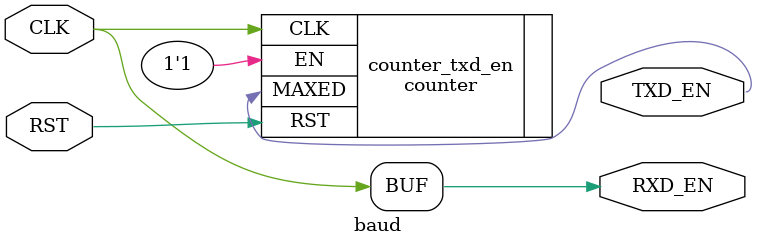
<source format=v>
`timescale 1ns / 1ps

module baud(
    input CLK,
	 input RST,
    output RXD_EN,
	 output TXD_EN
    );

	assign RXD_EN = CLK;

	counter #(5'b11010) counter_txd_en(
		.CLK(CLK),
		.RST(RST),
		.MAXED(TXD_EN),
		.EN(1'b1)
	);

endmodule

</source>
